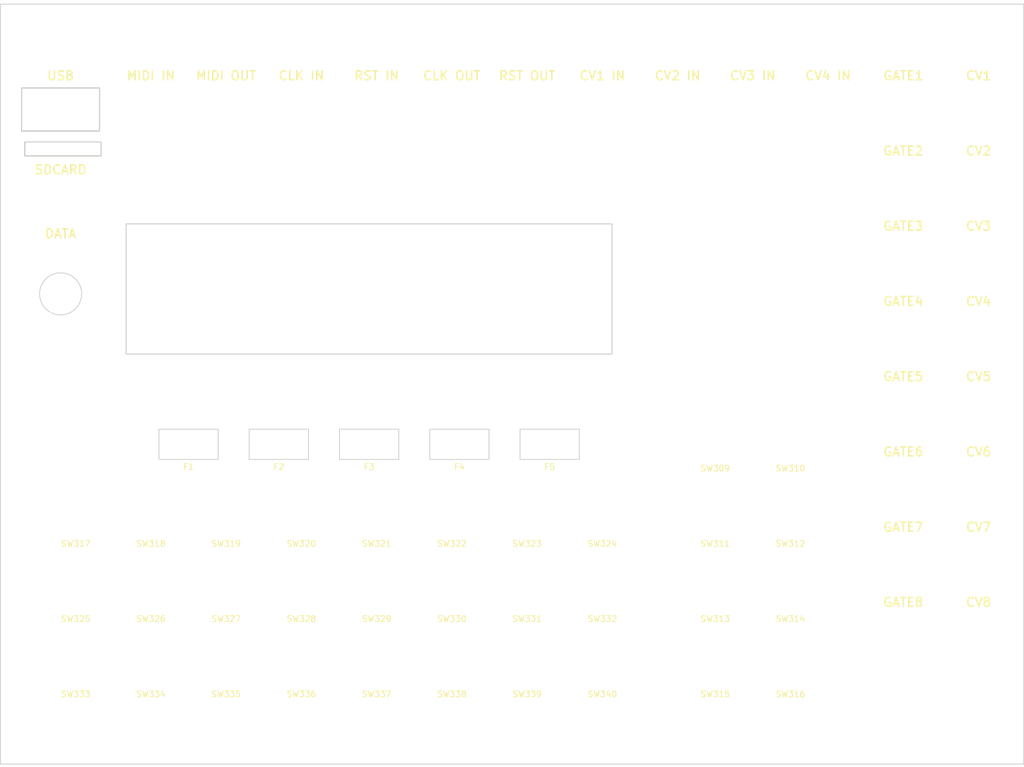
<source format=kicad_pcb>
(kicad_pcb (version 4) (host pcbnew 4.0.7)

  (general
    (links 0)
    (no_connects 0)
    (area 76.124999 27.229999 248.995001 155.650001)
    (thickness 1.6)
    (drawings 20)
    (tracks 0)
    (zones 0)
    (modules 107)
    (nets 1)
  )

  (page A4)
  (layers
    (0 F.Cu signal)
    (31 B.Cu signal)
    (32 B.Adhes user)
    (33 F.Adhes user)
    (34 B.Paste user)
    (35 F.Paste user)
    (36 B.SilkS user)
    (37 F.SilkS user)
    (38 B.Mask user)
    (39 F.Mask user)
    (40 Dwgs.User user)
    (41 Cmts.User user hide)
    (42 Eco1.User user)
    (43 Eco2.User user)
    (44 Edge.Cuts user)
    (45 Margin user)
    (46 B.CrtYd user)
    (47 F.CrtYd user)
    (48 B.Fab user)
    (49 F.Fab user hide)
  )

  (setup
    (last_trace_width 0.254)
    (user_trace_width 0.254)
    (user_trace_width 0.4064)
    (trace_clearance 0.1524)
    (zone_clearance 0.254)
    (zone_45_only no)
    (trace_min 0.1524)
    (segment_width 0.2)
    (edge_width 0.15)
    (via_size 0.6858)
    (via_drill 0.3302)
    (via_min_size 0.6858)
    (via_min_drill 0.3302)
    (uvia_size 0.762)
    (uvia_drill 0.508)
    (uvias_allowed no)
    (uvia_min_size 0.2)
    (uvia_min_drill 0.1)
    (pcb_text_width 0.3)
    (pcb_text_size 1.5 1.5)
    (mod_edge_width 0.15)
    (mod_text_size 1 1)
    (mod_text_width 0.15)
    (pad_size 1.524 1.524)
    (pad_drill 0.762)
    (pad_to_mask_clearance 0.1)
    (aux_axis_origin 0 0)
    (visible_elements FFFFFF7F)
    (pcbplotparams
      (layerselection 0x00030_80000001)
      (usegerberextensions false)
      (excludeedgelayer true)
      (linewidth 0.100000)
      (plotframeref false)
      (viasonmask false)
      (mode 1)
      (useauxorigin false)
      (hpglpennumber 1)
      (hpglpenspeed 20)
      (hpglpendiameter 15)
      (hpglpenoverlay 2)
      (psnegative false)
      (psa4output false)
      (plotreference true)
      (plotvalue true)
      (plotinvisibletext false)
      (padsonsilk false)
      (subtractmaskfromsilk false)
      (outputformat 1)
      (mirror false)
      (drillshape 1)
      (scaleselection 1)
      (outputdirectory ""))
  )

  (net 0 "")

  (net_class Default "This is the default net class."
    (clearance 0.1524)
    (trace_width 0.254)
    (via_dia 0.6858)
    (via_drill 0.3302)
    (uvia_dia 0.762)
    (uvia_drill 0.508)
  )

  (net_class Power ""
    (clearance 0.1524)
    (trace_width 0.4064)
    (via_dia 0.6858)
    (via_drill 0.3302)
    (uvia_dia 0.762)
    (uvia_drill 0.1)
  )

  (module Mounting_Holes:MountingHole_3.2mm_M3 (layer F.Cu) (tedit 59F480B7) (tstamp 59F48064)
    (at 241.18 152.575)
    (descr "Mounting Hole 3.2mm, no annular, M3")
    (tags "mounting hole 3.2mm no annular m3")
    (attr virtual)
    (fp_text reference REF** (at 0 -4.2) (layer F.SilkS) hide
      (effects (font (size 1 1) (thickness 0.15)))
    )
    (fp_text value MountingHole_3.2mm_M3 (at 0 4.2) (layer F.Fab)
      (effects (font (size 1 1) (thickness 0.15)))
    )
    (fp_text user %R (at 0.3 0) (layer F.Fab)
      (effects (font (size 1 1) (thickness 0.15)))
    )
    (fp_circle (center 0 0) (end 3.2 0) (layer Cmts.User) (width 0.15))
    (fp_circle (center 0 0) (end 3.45 0) (layer F.CrtYd) (width 0.05))
    (pad 1 np_thru_hole circle (at 0 0) (size 3.2 3.2) (drill 3.2) (layers *.Cu *.Mask))
  )

  (module Mounting_Holes:MountingHole_3.2mm_M3 (layer F.Cu) (tedit 59F480B3) (tstamp 59F48012)
    (at 241.18 30.075)
    (descr "Mounting Hole 3.2mm, no annular, M3")
    (tags "mounting hole 3.2mm no annular m3")
    (attr virtual)
    (fp_text reference REF** (at 0 -4.2) (layer F.SilkS) hide
      (effects (font (size 1 1) (thickness 0.15)))
    )
    (fp_text value MountingHole_3.2mm_M3 (at 0 4.2) (layer F.Fab)
      (effects (font (size 1 1) (thickness 0.15)))
    )
    (fp_text user %R (at 0.3 0) (layer F.Fab)
      (effects (font (size 1 1) (thickness 0.15)))
    )
    (fp_circle (center 0 0) (end 3.2 0) (layer Cmts.User) (width 0.15))
    (fp_circle (center 0 0) (end 3.45 0) (layer F.CrtYd) (width 0.05))
    (pad 1 np_thru_hole circle (at 0 0) (size 3.2 3.2) (drill 3.2) (layers *.Cu *.Mask))
  )

  (module Mounting_Holes:MountingHole_3.2mm_M3 (layer F.Cu) (tedit 59F480AF) (tstamp 59F48001)
    (at 83.7 30.075)
    (descr "Mounting Hole 3.2mm, no annular, M3")
    (tags "mounting hole 3.2mm no annular m3")
    (attr virtual)
    (fp_text reference REF** (at 0 -4.2) (layer F.SilkS) hide
      (effects (font (size 1 1) (thickness 0.15)))
    )
    (fp_text value MountingHole_3.2mm_M3 (at 0 4.2) (layer F.Fab)
      (effects (font (size 1 1) (thickness 0.15)))
    )
    (fp_text user %R (at 0.3 0) (layer F.Fab)
      (effects (font (size 1 1) (thickness 0.15)))
    )
    (fp_circle (center 0 0) (end 3.2 0) (layer Cmts.User) (width 0.15))
    (fp_circle (center 0 0) (end 3.45 0) (layer F.CrtYd) (width 0.05))
    (pad 1 np_thru_hole circle (at 0 0) (size 3.2 3.2) (drill 3.2) (layers *.Cu *.Mask))
  )

  (module w_frontpanel:PJ301BM_FP (layer F.Cu) (tedit 59F2724F) (tstamp 59EFABAD)
    (at 101.6 45.72)
    (path /59D95816/59DD452A)
    (fp_text reference "MIDI IN" (at 0 -6.35) (layer F.SilkS)
      (effects (font (size 1.5 1.5) (thickness 0.25)))
    )
    (fp_text value PJ301CM (at 0 5.08) (layer F.Fab)
      (effects (font (size 1 1) (thickness 0.15)))
    )
    (pad "" np_thru_hole circle (at 0 0) (size 6.1 6.1) (drill 6.1) (layers *.Cu *.Mask))
  )

  (module w_frontpanel:PJ301BM_FP (layer F.Cu) (tedit 59F27254) (tstamp 59EFABB3)
    (at 114.3 45.72)
    (path /59D95816/59DD4899)
    (fp_text reference "MIDI OUT" (at 0 -6.35) (layer F.SilkS)
      (effects (font (size 1.5 1.5) (thickness 0.25)))
    )
    (fp_text value PJ301CM (at 0 5.08) (layer F.Fab)
      (effects (font (size 1 1) (thickness 0.15)))
    )
    (pad "" np_thru_hole circle (at 0 0) (size 6.1 6.1) (drill 6.1) (layers *.Cu *.Mask))
  )

  (module w_frontpanel:PJ301BM_FP (layer F.Cu) (tedit 59F272CD) (tstamp 59EFAB13)
    (at 127 45.72)
    (path /59D95816/59D9587D)
    (fp_text reference "CLK IN" (at 0 -6.35) (layer F.SilkS)
      (effects (font (size 1.5 1.5) (thickness 0.25)))
    )
    (fp_text value PJ301BM (at 0 5.08) (layer F.Fab)
      (effects (font (size 1 1) (thickness 0.15)))
    )
    (pad "" np_thru_hole circle (at 0 0) (size 6.1 6.1) (drill 6.1) (layers *.Cu *.Mask))
  )

  (module w_frontpanel:PJ301BM_FP (layer F.Cu) (tedit 59F272DE) (tstamp 59EFAB1A)
    (at 152.4 45.72)
    (path /59D95816/59D96412)
    (fp_text reference "CLK OUT" (at 0 -6.35) (layer F.SilkS)
      (effects (font (size 1.5 1.5) (thickness 0.25)))
    )
    (fp_text value PJ301BM (at 0 5.08) (layer F.Fab)
      (effects (font (size 1 1) (thickness 0.15)))
    )
    (pad "" np_thru_hole circle (at 0 0) (size 6.1 6.1) (drill 6.1) (layers *.Cu *.Mask))
  )

  (module w_frontpanel:PJ301BM_FP (layer F.Cu) (tedit 59F27340) (tstamp 59EFAB21)
    (at 241.3 45.72)
    (path /59D95816/59D98BF9)
    (fp_text reference CV1 (at 0 -6.35) (layer F.SilkS)
      (effects (font (size 1.5 1.5) (thickness 0.25)))
    )
    (fp_text value PJ301BM (at 0 5.08) (layer F.Fab)
      (effects (font (size 1 1) (thickness 0.15)))
    )
    (pad "" np_thru_hole circle (at 0 0) (size 6.1 6.1) (drill 6.1) (layers *.Cu *.Mask))
  )

  (module w_frontpanel:PJ301BM_FP (layer F.Cu) (tedit 59F27345) (tstamp 59EFAB28)
    (at 241.3 58.42)
    (path /59D95816/59D99393)
    (fp_text reference CV2 (at 0 -6.35) (layer F.SilkS)
      (effects (font (size 1.5 1.5) (thickness 0.25)))
    )
    (fp_text value PJ301BM (at 0 5.08) (layer F.Fab)
      (effects (font (size 1 1) (thickness 0.15)))
    )
    (pad "" np_thru_hole circle (at 0 0) (size 6.1 6.1) (drill 6.1) (layers *.Cu *.Mask))
  )

  (module w_frontpanel:PJ301BM_FP (layer F.Cu) (tedit 59F27349) (tstamp 59EFAB2F)
    (at 241.3 71.12)
    (path /59D95816/59D99402)
    (fp_text reference CV3 (at 0 -6.35) (layer F.SilkS)
      (effects (font (size 1.5 1.5) (thickness 0.25)))
    )
    (fp_text value PJ301BM (at 0 5.08) (layer F.Fab)
      (effects (font (size 1 1) (thickness 0.15)))
    )
    (pad "" np_thru_hole circle (at 0 0) (size 6.1 6.1) (drill 6.1) (layers *.Cu *.Mask))
  )

  (module w_frontpanel:PJ301BM_FP (layer F.Cu) (tedit 59F2734C) (tstamp 59EFAB36)
    (at 241.3 83.82)
    (path /59D95816/59D99413)
    (fp_text reference CV4 (at 0 -6.35) (layer F.SilkS)
      (effects (font (size 1.5 1.5) (thickness 0.25)))
    )
    (fp_text value PJ301BM (at 0 5.08) (layer F.Fab)
      (effects (font (size 1 1) (thickness 0.15)))
    )
    (pad "" np_thru_hole circle (at 0 0) (size 6.1 6.1) (drill 6.1) (layers *.Cu *.Mask))
  )

  (module w_frontpanel:PJ301BM_FP (layer F.Cu) (tedit 59F27350) (tstamp 59EFAB3D)
    (at 241.3 96.52)
    (path /59D95816/59D9988E)
    (fp_text reference CV5 (at 0 -6.35) (layer F.SilkS)
      (effects (font (size 1.5 1.5) (thickness 0.25)))
    )
    (fp_text value PJ301BM (at 0 5.08) (layer F.Fab)
      (effects (font (size 1 1) (thickness 0.15)))
    )
    (pad "" np_thru_hole circle (at 0 0) (size 6.1 6.1) (drill 6.1) (layers *.Cu *.Mask))
  )

  (module w_frontpanel:PJ301BM_FP (layer F.Cu) (tedit 59F27354) (tstamp 59EFAB44)
    (at 241.3 109.22)
    (path /59D95816/59D9989F)
    (fp_text reference CV6 (at 0 -6.35) (layer F.SilkS)
      (effects (font (size 1.5 1.5) (thickness 0.25)))
    )
    (fp_text value PJ301BM (at 0 5.08) (layer F.Fab)
      (effects (font (size 1 1) (thickness 0.15)))
    )
    (pad "" np_thru_hole circle (at 0 0) (size 6.1 6.1) (drill 6.1) (layers *.Cu *.Mask))
  )

  (module w_frontpanel:PJ301BM_FP (layer F.Cu) (tedit 59F2735A) (tstamp 59EFAB4B)
    (at 241.3 121.92)
    (path /59D95816/59D998B0)
    (fp_text reference CV7 (at 0 -6.35) (layer F.SilkS)
      (effects (font (size 1.5 1.5) (thickness 0.25)))
    )
    (fp_text value PJ301BM (at 0 5.08) (layer F.Fab)
      (effects (font (size 1 1) (thickness 0.15)))
    )
    (pad "" np_thru_hole circle (at 0 0) (size 6.1 6.1) (drill 6.1) (layers *.Cu *.Mask))
  )

  (module w_frontpanel:PJ301BM_FP (layer F.Cu) (tedit 59F2735F) (tstamp 59EFAB52)
    (at 241.3 134.62)
    (path /59D95816/59D998C1)
    (fp_text reference CV8 (at 0 -6.35) (layer F.SilkS)
      (effects (font (size 1.5 1.5) (thickness 0.25)))
    )
    (fp_text value PJ301BM (at 0 5.08) (layer F.Fab)
      (effects (font (size 1 1) (thickness 0.15)))
    )
    (pad "" np_thru_hole circle (at 0 0) (size 6.1 6.1) (drill 6.1) (layers *.Cu *.Mask))
  )

  (module w_frontpanel:PJ301BM_FP (layer F.Cu) (tedit 59F272F6) (tstamp 59EFAB59)
    (at 177.8 45.72)
    (path /59D95816/59DF34A9)
    (fp_text reference "CV1 IN" (at 0 -6.35) (layer F.SilkS)
      (effects (font (size 1.5 1.5) (thickness 0.25)))
    )
    (fp_text value PJ301BM (at 0 5.08) (layer F.Fab)
      (effects (font (size 1 1) (thickness 0.15)))
    )
    (pad "" np_thru_hole circle (at 0 0) (size 6.1 6.1) (drill 6.1) (layers *.Cu *.Mask))
  )

  (module w_frontpanel:PJ301BM_FP (layer F.Cu) (tedit 59F272FD) (tstamp 59EFAB60)
    (at 190.5 45.72)
    (path /59D95816/59DFAD0D)
    (fp_text reference "CV2 IN" (at 0 -6.35) (layer F.SilkS)
      (effects (font (size 1.5 1.5) (thickness 0.25)))
    )
    (fp_text value PJ301BM (at 0 5.08) (layer F.Fab)
      (effects (font (size 1 1) (thickness 0.15)))
    )
    (pad "" np_thru_hole circle (at 0 0) (size 6.1 6.1) (drill 6.1) (layers *.Cu *.Mask))
  )

  (module w_frontpanel:PJ301BM_FP (layer F.Cu) (tedit 59F27304) (tstamp 59EFAB67)
    (at 203.2 45.72)
    (path /59D95816/59DFB737)
    (fp_text reference "CV3 IN" (at 0 -6.35) (layer F.SilkS)
      (effects (font (size 1.5 1.5) (thickness 0.25)))
    )
    (fp_text value PJ301BM (at 0 5.08) (layer F.Fab)
      (effects (font (size 1 1) (thickness 0.15)))
    )
    (pad "" np_thru_hole circle (at 0 0) (size 6.1 6.1) (drill 6.1) (layers *.Cu *.Mask))
  )

  (module w_frontpanel:PJ301BM_FP (layer F.Cu) (tedit 59F2730D) (tstamp 59EFAB6E)
    (at 215.9 45.72)
    (path /59D95816/59DFB784)
    (fp_text reference "CV4 IN" (at 0 -6.35) (layer F.SilkS)
      (effects (font (size 1.5 1.5) (thickness 0.25)))
    )
    (fp_text value PJ301BM (at 0 5.08) (layer F.Fab)
      (effects (font (size 1 1) (thickness 0.15)))
    )
    (pad "" np_thru_hole circle (at 0 0) (size 6.1 6.1) (drill 6.1) (layers *.Cu *.Mask))
  )

  (module w_frontpanel:PJ301BM_FP (layer F.Cu) (tedit 59F2731B) (tstamp 59EFAB75)
    (at 228.6 45.72)
    (path /59D95816/59D9C08F)
    (fp_text reference GATE1 (at 0 -6.35) (layer F.SilkS)
      (effects (font (size 1.5 1.5) (thickness 0.25)))
    )
    (fp_text value PJ301BM (at 0 5.08) (layer F.Fab)
      (effects (font (size 1 1) (thickness 0.15)))
    )
    (pad "" np_thru_hole circle (at 0 0) (size 6.1 6.1) (drill 6.1) (layers *.Cu *.Mask))
  )

  (module w_frontpanel:PJ301BM_FP (layer F.Cu) (tedit 59F2731F) (tstamp 59EFAB7C)
    (at 228.6 58.42)
    (path /59D95816/59D9C0A0)
    (fp_text reference GATE2 (at 0 -6.35) (layer F.SilkS)
      (effects (font (size 1.5 1.5) (thickness 0.25)))
    )
    (fp_text value PJ301BM (at 0 5.08) (layer F.Fab)
      (effects (font (size 1 1) (thickness 0.15)))
    )
    (pad "" np_thru_hole circle (at 0 0) (size 6.1 6.1) (drill 6.1) (layers *.Cu *.Mask))
  )

  (module w_frontpanel:PJ301BM_FP (layer F.Cu) (tedit 59F27323) (tstamp 59EFAB83)
    (at 228.6 71.12)
    (path /59D95816/59D9C0B1)
    (fp_text reference GATE3 (at 0 -6.35) (layer F.SilkS)
      (effects (font (size 1.5 1.5) (thickness 0.25)))
    )
    (fp_text value PJ301BM (at 0 5.08) (layer F.Fab)
      (effects (font (size 1 1) (thickness 0.15)))
    )
    (pad "" np_thru_hole circle (at 0 0) (size 6.1 6.1) (drill 6.1) (layers *.Cu *.Mask))
  )

  (module w_frontpanel:PJ301BM_FP (layer F.Cu) (tedit 59F27327) (tstamp 59EFAB8A)
    (at 228.6 83.82)
    (path /59D95816/59D9C0C2)
    (fp_text reference GATE4 (at 0 -6.35) (layer F.SilkS)
      (effects (font (size 1.5 1.5) (thickness 0.25)))
    )
    (fp_text value PJ301BM (at 0 5.08) (layer F.Fab)
      (effects (font (size 1 1) (thickness 0.15)))
    )
    (pad "" np_thru_hole circle (at 0 0) (size 6.1 6.1) (drill 6.1) (layers *.Cu *.Mask))
  )

  (module w_frontpanel:PJ301BM_FP (layer F.Cu) (tedit 59F2732B) (tstamp 59EFAB91)
    (at 228.6 96.52)
    (path /59D95816/59D9C0D3)
    (fp_text reference GATE5 (at 0 -6.35) (layer F.SilkS)
      (effects (font (size 1.5 1.5) (thickness 0.25)))
    )
    (fp_text value PJ301BM (at 0 5.08) (layer F.Fab)
      (effects (font (size 1 1) (thickness 0.15)))
    )
    (pad "" np_thru_hole circle (at 0 0) (size 6.1 6.1) (drill 6.1) (layers *.Cu *.Mask))
  )

  (module w_frontpanel:PJ301BM_FP (layer F.Cu) (tedit 59F2732F) (tstamp 59EFAB98)
    (at 228.6 109.22)
    (path /59D95816/59D9C0E4)
    (fp_text reference GATE6 (at 0 -6.35) (layer F.SilkS)
      (effects (font (size 1.5 1.5) (thickness 0.25)))
    )
    (fp_text value PJ301BM (at 0 5.08) (layer F.Fab)
      (effects (font (size 1 1) (thickness 0.15)))
    )
    (pad "" np_thru_hole circle (at 0 0) (size 6.1 6.1) (drill 6.1) (layers *.Cu *.Mask))
  )

  (module w_frontpanel:PJ301BM_FP (layer F.Cu) (tedit 59F27336) (tstamp 59EFAB9F)
    (at 228.6 121.92)
    (path /59D95816/59D9C0F5)
    (fp_text reference GATE7 (at 0 -6.35) (layer F.SilkS)
      (effects (font (size 1.5 1.5) (thickness 0.25)))
    )
    (fp_text value PJ301BM (at 0 5.08) (layer F.Fab)
      (effects (font (size 1 1) (thickness 0.15)))
    )
    (pad "" np_thru_hole circle (at 0 0) (size 6.1 6.1) (drill 6.1) (layers *.Cu *.Mask))
  )

  (module w_frontpanel:PJ301BM_FP (layer F.Cu) (tedit 59F2733B) (tstamp 59EFABA6)
    (at 228.6 134.62)
    (path /59D95816/59D9C106)
    (fp_text reference GATE8 (at 0 -6.35) (layer F.SilkS)
      (effects (font (size 1.5 1.5) (thickness 0.25)))
    )
    (fp_text value PJ301BM (at 0 5.08) (layer F.Fab)
      (effects (font (size 1 1) (thickness 0.15)))
    )
    (pad "" np_thru_hole circle (at 0 0) (size 6.1 6.1) (drill 6.1) (layers *.Cu *.Mask))
  )

  (module w_frontpanel:PJ301BM_FP (layer F.Cu) (tedit 59F272D6) (tstamp 59EFABB9)
    (at 139.7 45.72)
    (path /59D95816/59D95DE7)
    (fp_text reference "RST IN" (at 0 -6.35) (layer F.SilkS)
      (effects (font (size 1.5 1.5) (thickness 0.25)))
    )
    (fp_text value PJ301BM (at 0 5.08) (layer F.Fab)
      (effects (font (size 1 1) (thickness 0.15)))
    )
    (pad "" np_thru_hole circle (at 0 0) (size 6.1 6.1) (drill 6.1) (layers *.Cu *.Mask))
  )

  (module w_frontpanel:PJ301BM_FP (layer F.Cu) (tedit 59F272E5) (tstamp 59EFABC0)
    (at 165.1 45.72)
    (path /59D95816/59D970A1)
    (fp_text reference "RST OUT" (at 0 -6.35) (layer F.SilkS)
      (effects (font (size 1.5 1.5) (thickness 0.25)))
    )
    (fp_text value PJ301BM (at 0 5.08) (layer F.Fab)
      (effects (font (size 1 1) (thickness 0.15)))
    )
    (pad "" np_thru_hole circle (at 0 0) (size 6.1 6.1) (drill 6.1) (layers *.Cu *.Mask))
  )

  (module w_frontpanel:NHD-3.12-25664UC_FP locked (layer F.Cu) (tedit 59F385DE) (tstamp 59DBF1C1)
    (at 93.83 53.38)
    (descr "Newhaven OLED LCD 256x64")
    (tags "lcd oled")
    (path /59DBF1B1)
    (fp_text reference J102 (at 44.6 20.32) (layer F.SilkS) hide
      (effects (font (size 1 1) (thickness 0.15)))
    )
    (fp_text value NHD-3.12-25664UC (at 44.45 25.4) (layer F.Fab)
      (effects (font (size 1 1) (thickness 0.15)))
    )
    (fp_line (start 3.6 11) (end 3.6 33) (layer Edge.Cuts) (width 0.15))
    (fp_line (start 3.6 33) (end 85.6 33) (layer Edge.Cuts) (width 0.15))
    (fp_line (start 85.6 11) (end 85.6 33) (layer Edge.Cuts) (width 0.15))
    (fp_line (start 3.6 11) (end 85.6 11) (layer Edge.Cuts) (width 0.15))
  )

  (module w_frontpanel:MOLEX_USB_105057_FP (layer F.Cu) (tedit 59F38752) (tstamp 59DD562A)
    (at 86.36 45.72)
    (path /59DE5EB2)
    (fp_text reference USB (at 0 -6.35) (layer F.SilkS)
      (effects (font (size 1.5 1.5) (thickness 0.25)))
    )
    (fp_text value USB_A (at 0 5.08) (layer F.Fab)
      (effects (font (size 1 1) (thickness 0.15)))
    )
    (fp_line (start 6.55 -4.225) (end 6.55 2.925) (layer Edge.Cuts) (width 0.15))
    (fp_line (start -6.55 -4.225) (end -6.55 2.925) (layer Edge.Cuts) (width 0.15))
    (fp_line (start -6.55 2.925) (end 6.55 2.925) (layer Edge.Cuts) (width 0.15))
    (fp_line (start -6.55 -4.225) (end 6.55 -4.225) (layer Edge.Cuts) (width 0.15))
  )

  (module w_frontpanel:PJS008U-3000-0_FP (layer F.Cu) (tedit 59F387E4) (tstamp 59DC08F8)
    (at 86.36 53.34 180)
    (descr https://www.yamaichi.de/uploads/media/PJS008U-3000.pdf)
    (tags "sdcard connector")
    (path /59DC0C9C)
    (fp_text reference SDCARD (at 0 -1.905 180) (layer F.SilkS)
      (effects (font (size 1.5 1.5) (thickness 0.25)))
    )
    (fp_text value PJS008U-3000 (at 0.1 -3 180) (layer F.Fab)
      (effects (font (size 1 1) (thickness 0.15)))
    )
    (fp_line (start -6.8 0.47) (end -6.8 2.77) (layer Edge.Cuts) (width 0.15))
    (fp_line (start -6.8 2.77) (end 6 2.77) (layer Edge.Cuts) (width 0.15))
    (fp_line (start -6.8 0.47) (end 6 0.47) (layer Edge.Cuts) (width 0.15))
    (fp_line (start 6 0.47) (end 6 2.77) (layer Edge.Cuts) (width 0.15))
  )

  (module Mounting_Holes:MountingHole_3.2mm_M3 (layer F.Cu) (tedit 59F480BC) (tstamp 59F47FF2)
    (at 83.7 152.575)
    (descr "Mounting Hole 3.2mm, no annular, M3")
    (tags "mounting hole 3.2mm no annular m3")
    (attr virtual)
    (fp_text reference REF** (at 0 -4.2) (layer F.SilkS) hide
      (effects (font (size 1 1) (thickness 0.15)))
    )
    (fp_text value MountingHole_3.2mm_M3 (at 0 4.2) (layer F.Fab)
      (effects (font (size 1 1) (thickness 0.15)))
    )
    (fp_text user %R (at 0.3 0) (layer F.Fab)
      (effects (font (size 1 1) (thickness 0.15)))
    )
    (fp_circle (center 0 0) (end 3.2 0) (layer Cmts.User) (width 0.15))
    (fp_circle (center 0 0) (end 3.45 0) (layer F.CrtYd) (width 0.05))
    (pad 1 np_thru_hole circle (at 0 0) (size 3.2 3.2) (drill 3.2) (layers *.Cu *.Mask))
  )

  (module w_frontpanel:ALPS_STEC12E08_FP (layer F.Cu) (tedit 59F48254) (tstamp 59DAA5EB)
    (at 86.36 76.2)
    (tags "rotary, encoder, ALPS")
    (path /59AC9C93)
    (fp_text reference DATA (at 0 -10.16) (layer F.SilkS)
      (effects (font (size 1.5 1.5) (thickness 0.25)))
    )
    (fp_text value ALPS-STEC12E08 (at 0 5.08) (layer F.SilkS) hide
      (effects (font (size 1 1) (thickness 0.2)))
    )
    (fp_circle (center 0 0) (end 3.55 0) (layer Edge.Cuts) (width 0.15))
  )

  (module w_frontpanel:TL1105_1D_FP (layer F.Cu) (tedit 59F383A6) (tstamp 59D954B7)
    (at 168.91 101.6)
    (path /59AEA378/59D96081)
    (fp_text reference F5 (at 0 3.81) (layer F.SilkS)
      (effects (font (size 1 1) (thickness 0.15)))
    )
    (fp_text value TL1105T (at 0 -4.064) (layer F.Fab)
      (effects (font (size 1 1) (thickness 0.15)))
    )
    (fp_line (start 5 2.55) (end -5 2.55) (layer Edge.Cuts) (width 0.15))
    (fp_line (start 5 -2.55) (end 5 2.55) (layer Edge.Cuts) (width 0.15))
    (fp_line (start -5 -2.55) (end 5 -2.55) (layer Edge.Cuts) (width 0.15))
    (fp_line (start -5 2.55) (end -5 -2.55) (layer Edge.Cuts) (width 0.15))
  )

  (module w_frontpanel:TL1105_1D_FP (layer F.Cu) (tedit 59F383A6) (tstamp 59D954AF)
    (at 153.67 101.6)
    (path /59AEA378/59D958A6)
    (fp_text reference F4 (at 0 3.81) (layer F.SilkS)
      (effects (font (size 1 1) (thickness 0.15)))
    )
    (fp_text value TL1105T (at 0 -4.064) (layer F.Fab)
      (effects (font (size 1 1) (thickness 0.15)))
    )
    (fp_line (start 5 2.55) (end -5 2.55) (layer Edge.Cuts) (width 0.15))
    (fp_line (start 5 -2.55) (end 5 2.55) (layer Edge.Cuts) (width 0.15))
    (fp_line (start -5 -2.55) (end 5 -2.55) (layer Edge.Cuts) (width 0.15))
    (fp_line (start -5 2.55) (end -5 -2.55) (layer Edge.Cuts) (width 0.15))
  )

  (module w_frontpanel:TL1105_1D_FP (layer F.Cu) (tedit 59F383A6) (tstamp 59D954A7)
    (at 138.43 101.6)
    (path /59AEA378/59D95847)
    (fp_text reference F3 (at 0 3.81) (layer F.SilkS)
      (effects (font (size 1 1) (thickness 0.15)))
    )
    (fp_text value TL1105T (at 0 -4.064) (layer F.Fab)
      (effects (font (size 1 1) (thickness 0.15)))
    )
    (fp_line (start 5 2.55) (end -5 2.55) (layer Edge.Cuts) (width 0.15))
    (fp_line (start 5 -2.55) (end 5 2.55) (layer Edge.Cuts) (width 0.15))
    (fp_line (start -5 -2.55) (end 5 -2.55) (layer Edge.Cuts) (width 0.15))
    (fp_line (start -5 2.55) (end -5 -2.55) (layer Edge.Cuts) (width 0.15))
  )

  (module w_frontpanel:TL1105_1D_FP (layer F.Cu) (tedit 59F383A6) (tstamp 59D9549F)
    (at 123.19 101.6)
    (path /59AEA378/59D955A4)
    (fp_text reference F2 (at 0 3.81) (layer F.SilkS)
      (effects (font (size 1 1) (thickness 0.15)))
    )
    (fp_text value TL1105T (at 0 -4.064) (layer F.Fab)
      (effects (font (size 1 1) (thickness 0.15)))
    )
    (fp_line (start 5 2.55) (end -5 2.55) (layer Edge.Cuts) (width 0.15))
    (fp_line (start 5 -2.55) (end 5 2.55) (layer Edge.Cuts) (width 0.15))
    (fp_line (start -5 -2.55) (end 5 -2.55) (layer Edge.Cuts) (width 0.15))
    (fp_line (start -5 2.55) (end -5 -2.55) (layer Edge.Cuts) (width 0.15))
  )

  (module w_frontpanel:TL1105_1D_FP (layer F.Cu) (tedit 59F383A6) (tstamp 59D95497)
    (at 107.95 101.6)
    (path /59AEA378/59D94ED0)
    (fp_text reference F1 (at 0 3.81) (layer F.SilkS)
      (effects (font (size 1 1) (thickness 0.15)))
    )
    (fp_text value TL1105T (at 0 -4.064) (layer F.Fab)
      (effects (font (size 1 1) (thickness 0.15)))
    )
    (fp_line (start 5 2.55) (end -5 2.55) (layer Edge.Cuts) (width 0.15))
    (fp_line (start 5 -2.55) (end 5 2.55) (layer Edge.Cuts) (width 0.15))
    (fp_line (start -5 -2.55) (end 5 -2.55) (layer Edge.Cuts) (width 0.15))
    (fp_line (start -5 2.55) (end -5 -2.55) (layer Edge.Cuts) (width 0.15))
  )

  (module w_frontpanel:WP115VEGW_FP (layer F.Cu) (tedit 59F37A70) (tstamp 59DA942F)
    (at 196.85 95.25)
    (descr WP115VEGW)
    (tags LED)
    (path /59DA350E/59DAB354)
    (fp_text reference LED401 (at 0 2.75) (layer F.SilkS) hide
      (effects (font (size 1 1) (thickness 0.15)))
    )
    (fp_text value WP115VEGW (at 0 -3) (layer F.Fab)
      (effects (font (size 1 1) (thickness 0.15)))
    )
    (pad "" np_thru_hole circle (at 0 0) (size 3.1 3.1) (drill 3.1) (layers *.Cu *.Mask))
    (model ${KISYS3DMOD}/LEDs.3dshapes/LED_D3.0mm-3.wrl
      (at (xyz -0.081633 0 -0.2))
      (scale (xyz 0.312 0.312 0.312))
      (rotate (xyz 0 0 0))
    )
  )

  (module w_frontpanel:WP115VEGW_FP (layer F.Cu) (tedit 59F37A70) (tstamp 59DA9436)
    (at 209.55 95.25)
    (descr WP115VEGW)
    (tags LED)
    (path /59DA350E/59DAB4C6)
    (fp_text reference LED402 (at 0 2.75) (layer F.SilkS) hide
      (effects (font (size 1 1) (thickness 0.15)))
    )
    (fp_text value WP115VEGW (at 0 -3) (layer F.Fab)
      (effects (font (size 1 1) (thickness 0.15)))
    )
    (pad "" np_thru_hole circle (at 0 0) (size 3.1 3.1) (drill 3.1) (layers *.Cu *.Mask))
    (model ${KISYS3DMOD}/LEDs.3dshapes/LED_D3.0mm-3.wrl
      (at (xyz -0.081633 0 -0.2))
      (scale (xyz 0.312 0.312 0.312))
      (rotate (xyz 0 0 0))
    )
  )

  (module w_frontpanel:WP115VEGW_FP (layer F.Cu) (tedit 59F37A70) (tstamp 59DA943D)
    (at 196.85 107.95)
    (descr WP115VEGW)
    (tags LED)
    (path /59DA350E/59DAB5EE)
    (fp_text reference LED403 (at 0 2.75) (layer F.SilkS) hide
      (effects (font (size 1 1) (thickness 0.15)))
    )
    (fp_text value WP115VEGW (at 0 -3) (layer F.Fab)
      (effects (font (size 1 1) (thickness 0.15)))
    )
    (pad "" np_thru_hole circle (at 0 0) (size 3.1 3.1) (drill 3.1) (layers *.Cu *.Mask))
    (model ${KISYS3DMOD}/LEDs.3dshapes/LED_D3.0mm-3.wrl
      (at (xyz -0.081633 0 -0.2))
      (scale (xyz 0.312 0.312 0.312))
      (rotate (xyz 0 0 0))
    )
  )

  (module w_frontpanel:WP115VEGW_FP (layer F.Cu) (tedit 59F37A70) (tstamp 59DA9444)
    (at 209.55 107.95)
    (descr WP115VEGW)
    (tags LED)
    (path /59DA350E/59DAB606)
    (fp_text reference LED404 (at 0 2.75) (layer F.SilkS) hide
      (effects (font (size 1 1) (thickness 0.15)))
    )
    (fp_text value WP115VEGW (at 0 -3) (layer F.Fab)
      (effects (font (size 1 1) (thickness 0.15)))
    )
    (pad "" np_thru_hole circle (at 0 0) (size 3.1 3.1) (drill 3.1) (layers *.Cu *.Mask))
    (model ${KISYS3DMOD}/LEDs.3dshapes/LED_D3.0mm-3.wrl
      (at (xyz -0.081633 0 -0.2))
      (scale (xyz 0.312 0.312 0.312))
      (rotate (xyz 0 0 0))
    )
  )

  (module w_frontpanel:WP115VEGW_FP (layer F.Cu) (tedit 59F37A70) (tstamp 59DA944B)
    (at 196.85 120.65)
    (descr WP115VEGW)
    (tags LED)
    (path /59DA350E/59DAB7AE)
    (fp_text reference LED405 (at 0 2.75) (layer F.SilkS) hide
      (effects (font (size 1 1) (thickness 0.15)))
    )
    (fp_text value WP115VEGW (at 0 -3) (layer F.Fab)
      (effects (font (size 1 1) (thickness 0.15)))
    )
    (pad "" np_thru_hole circle (at 0 0) (size 3.1 3.1) (drill 3.1) (layers *.Cu *.Mask))
    (model ${KISYS3DMOD}/LEDs.3dshapes/LED_D3.0mm-3.wrl
      (at (xyz -0.081633 0 -0.2))
      (scale (xyz 0.312 0.312 0.312))
      (rotate (xyz 0 0 0))
    )
  )

  (module w_frontpanel:WP115VEGW_FP (layer F.Cu) (tedit 59F37A70) (tstamp 59DA9452)
    (at 209.55 120.65)
    (descr WP115VEGW)
    (tags LED)
    (path /59DA350E/59DAB7C6)
    (fp_text reference LED406 (at 0 2.75) (layer F.SilkS) hide
      (effects (font (size 1 1) (thickness 0.15)))
    )
    (fp_text value WP115VEGW (at 0 -3) (layer F.Fab)
      (effects (font (size 1 1) (thickness 0.15)))
    )
    (pad "" np_thru_hole circle (at 0 0) (size 3.1 3.1) (drill 3.1) (layers *.Cu *.Mask))
    (model ${KISYS3DMOD}/LEDs.3dshapes/LED_D3.0mm-3.wrl
      (at (xyz -0.081633 0 -0.2))
      (scale (xyz 0.312 0.312 0.312))
      (rotate (xyz 0 0 0))
    )
  )

  (module w_frontpanel:WP115VEGW_FP (layer F.Cu) (tedit 59F37A70) (tstamp 59DA9459)
    (at 196.85 133.35)
    (descr WP115VEGW)
    (tags LED)
    (path /59DA350E/59DAB7DE)
    (fp_text reference LED407 (at 0 2.75) (layer F.SilkS) hide
      (effects (font (size 1 1) (thickness 0.15)))
    )
    (fp_text value WP115VEGW (at 0 -3) (layer F.Fab)
      (effects (font (size 1 1) (thickness 0.15)))
    )
    (pad "" np_thru_hole circle (at 0 0) (size 3.1 3.1) (drill 3.1) (layers *.Cu *.Mask))
    (model ${KISYS3DMOD}/LEDs.3dshapes/LED_D3.0mm-3.wrl
      (at (xyz -0.081633 0 -0.2))
      (scale (xyz 0.312 0.312 0.312))
      (rotate (xyz 0 0 0))
    )
  )

  (module w_frontpanel:WP115VEGW_FP (layer F.Cu) (tedit 59F37A70) (tstamp 59DA9460)
    (at 209.55 133.35)
    (descr WP115VEGW)
    (tags LED)
    (path /59DA350E/59DAB7F6)
    (fp_text reference LED408 (at 0 2.75) (layer F.SilkS) hide
      (effects (font (size 1 1) (thickness 0.15)))
    )
    (fp_text value WP115VEGW (at 0 -3) (layer F.Fab)
      (effects (font (size 1 1) (thickness 0.15)))
    )
    (pad "" np_thru_hole circle (at 0 0) (size 3.1 3.1) (drill 3.1) (layers *.Cu *.Mask))
    (model ${KISYS3DMOD}/LEDs.3dshapes/LED_D3.0mm-3.wrl
      (at (xyz -0.081633 0 -0.2))
      (scale (xyz 0.312 0.312 0.312))
      (rotate (xyz 0 0 0))
    )
  )

  (module w_frontpanel:WP115VEGW_FP (layer F.Cu) (tedit 59F37A70) (tstamp 59DA9467)
    (at 88.9 107.95)
    (descr WP115VEGW)
    (tags LED)
    (path /59DA350E/59DAB3C2)
    (fp_text reference LED409 (at 0 2.75) (layer F.SilkS) hide
      (effects (font (size 1 1) (thickness 0.15)))
    )
    (fp_text value WP115VEGW (at 0 -3) (layer F.Fab)
      (effects (font (size 1 1) (thickness 0.15)))
    )
    (pad "" np_thru_hole circle (at 0 0) (size 3.1 3.1) (drill 3.1) (layers *.Cu *.Mask))
    (model ${KISYS3DMOD}/LEDs.3dshapes/LED_D3.0mm-3.wrl
      (at (xyz -0.081633 0 -0.2))
      (scale (xyz 0.312 0.312 0.312))
      (rotate (xyz 0 0 0))
    )
  )

  (module w_frontpanel:WP115VEGW_FP (layer F.Cu) (tedit 59F37A70) (tstamp 59DA946E)
    (at 101.6 107.95)
    (descr WP115VEGW)
    (tags LED)
    (path /59DA350E/59DAB4CC)
    (fp_text reference LED410 (at 0 2.75) (layer F.SilkS) hide
      (effects (font (size 1 1) (thickness 0.15)))
    )
    (fp_text value WP115VEGW (at 0 -3) (layer F.Fab)
      (effects (font (size 1 1) (thickness 0.15)))
    )
    (pad "" np_thru_hole circle (at 0 0) (size 3.1 3.1) (drill 3.1) (layers *.Cu *.Mask))
    (model ${KISYS3DMOD}/LEDs.3dshapes/LED_D3.0mm-3.wrl
      (at (xyz -0.081633 0 -0.2))
      (scale (xyz 0.312 0.312 0.312))
      (rotate (xyz 0 0 0))
    )
  )

  (module w_frontpanel:WP115VEGW_FP (layer F.Cu) (tedit 59F37A70) (tstamp 59DA9475)
    (at 114.3 107.95)
    (descr WP115VEGW)
    (tags LED)
    (path /59DA350E/59DAB5F4)
    (fp_text reference LED411 (at 0 2.75) (layer F.SilkS) hide
      (effects (font (size 1 1) (thickness 0.15)))
    )
    (fp_text value WP115VEGW (at 0 -3) (layer F.Fab)
      (effects (font (size 1 1) (thickness 0.15)))
    )
    (pad "" np_thru_hole circle (at 0 0) (size 3.1 3.1) (drill 3.1) (layers *.Cu *.Mask))
    (model ${KISYS3DMOD}/LEDs.3dshapes/LED_D3.0mm-3.wrl
      (at (xyz -0.081633 0 -0.2))
      (scale (xyz 0.312 0.312 0.312))
      (rotate (xyz 0 0 0))
    )
  )

  (module w_frontpanel:WP115VEGW_FP (layer F.Cu) (tedit 59F37A70) (tstamp 59DA947C)
    (at 127 107.95)
    (descr WP115VEGW)
    (tags LED)
    (path /59DA350E/59DAB60C)
    (fp_text reference LED412 (at 0 2.75) (layer F.SilkS) hide
      (effects (font (size 1 1) (thickness 0.15)))
    )
    (fp_text value WP115VEGW (at 0 -3) (layer F.Fab)
      (effects (font (size 1 1) (thickness 0.15)))
    )
    (pad "" np_thru_hole circle (at 0 0) (size 3.1 3.1) (drill 3.1) (layers *.Cu *.Mask))
    (model ${KISYS3DMOD}/LEDs.3dshapes/LED_D3.0mm-3.wrl
      (at (xyz -0.081633 0 -0.2))
      (scale (xyz 0.312 0.312 0.312))
      (rotate (xyz 0 0 0))
    )
  )

  (module w_frontpanel:WP115VEGW_FP (layer F.Cu) (tedit 59F37A70) (tstamp 59DA9483)
    (at 139.7 107.95)
    (descr WP115VEGW)
    (tags LED)
    (path /59DA350E/59DAB7B4)
    (fp_text reference LED413 (at 0 2.75) (layer F.SilkS) hide
      (effects (font (size 1 1) (thickness 0.15)))
    )
    (fp_text value WP115VEGW (at 0 -3) (layer F.Fab)
      (effects (font (size 1 1) (thickness 0.15)))
    )
    (pad "" np_thru_hole circle (at 0 0) (size 3.1 3.1) (drill 3.1) (layers *.Cu *.Mask))
    (model ${KISYS3DMOD}/LEDs.3dshapes/LED_D3.0mm-3.wrl
      (at (xyz -0.081633 0 -0.2))
      (scale (xyz 0.312 0.312 0.312))
      (rotate (xyz 0 0 0))
    )
  )

  (module w_frontpanel:WP115VEGW_FP (layer F.Cu) (tedit 59F37A70) (tstamp 59DA948A)
    (at 152.4 107.95)
    (descr WP115VEGW)
    (tags LED)
    (path /59DA350E/59DAB7CC)
    (fp_text reference LED414 (at 0 2.75) (layer F.SilkS) hide
      (effects (font (size 1 1) (thickness 0.15)))
    )
    (fp_text value WP115VEGW (at 0 -3) (layer F.Fab)
      (effects (font (size 1 1) (thickness 0.15)))
    )
    (pad "" np_thru_hole circle (at 0 0) (size 3.1 3.1) (drill 3.1) (layers *.Cu *.Mask))
    (model ${KISYS3DMOD}/LEDs.3dshapes/LED_D3.0mm-3.wrl
      (at (xyz -0.081633 0 -0.2))
      (scale (xyz 0.312 0.312 0.312))
      (rotate (xyz 0 0 0))
    )
  )

  (module w_frontpanel:WP115VEGW_FP (layer F.Cu) (tedit 59F37A70) (tstamp 59DA9491)
    (at 165.1 107.95)
    (descr WP115VEGW)
    (tags LED)
    (path /59DA350E/59DAB7E4)
    (fp_text reference LED415 (at 0 2.75) (layer F.SilkS) hide
      (effects (font (size 1 1) (thickness 0.15)))
    )
    (fp_text value WP115VEGW (at 0 -3) (layer F.Fab)
      (effects (font (size 1 1) (thickness 0.15)))
    )
    (pad "" np_thru_hole circle (at 0 0) (size 3.1 3.1) (drill 3.1) (layers *.Cu *.Mask))
    (model ${KISYS3DMOD}/LEDs.3dshapes/LED_D3.0mm-3.wrl
      (at (xyz -0.081633 0 -0.2))
      (scale (xyz 0.312 0.312 0.312))
      (rotate (xyz 0 0 0))
    )
  )

  (module w_frontpanel:WP115VEGW_FP (layer F.Cu) (tedit 59F37A70) (tstamp 59DA9498)
    (at 177.8 107.95)
    (descr WP115VEGW)
    (tags LED)
    (path /59DA350E/59DAB7FC)
    (fp_text reference LED416 (at 0 2.75) (layer F.SilkS) hide
      (effects (font (size 1 1) (thickness 0.15)))
    )
    (fp_text value WP115VEGW (at 0 -3) (layer F.Fab)
      (effects (font (size 1 1) (thickness 0.15)))
    )
    (pad "" np_thru_hole circle (at 0 0) (size 3.1 3.1) (drill 3.1) (layers *.Cu *.Mask))
    (model ${KISYS3DMOD}/LEDs.3dshapes/LED_D3.0mm-3.wrl
      (at (xyz -0.081633 0 -0.2))
      (scale (xyz 0.312 0.312 0.312))
      (rotate (xyz 0 0 0))
    )
  )

  (module w_frontpanel:WP115VEGW_FP (layer F.Cu) (tedit 59F37A70) (tstamp 59DA949F)
    (at 88.9 120.65)
    (descr WP115VEGW)
    (tags LED)
    (path /59DA350E/59DAB418)
    (fp_text reference LED417 (at 0 2.75) (layer F.SilkS) hide
      (effects (font (size 1 1) (thickness 0.15)))
    )
    (fp_text value WP115VEGW (at 0 -3) (layer F.Fab)
      (effects (font (size 1 1) (thickness 0.15)))
    )
    (pad "" np_thru_hole circle (at 0 0) (size 3.1 3.1) (drill 3.1) (layers *.Cu *.Mask))
    (model ${KISYS3DMOD}/LEDs.3dshapes/LED_D3.0mm-3.wrl
      (at (xyz -0.081633 0 -0.2))
      (scale (xyz 0.312 0.312 0.312))
      (rotate (xyz 0 0 0))
    )
  )

  (module w_frontpanel:WP115VEGW_FP (layer F.Cu) (tedit 59F37A70) (tstamp 59DA94A6)
    (at 101.6 120.65)
    (descr WP115VEGW)
    (tags LED)
    (path /59DA350E/59DAB4D2)
    (fp_text reference LED418 (at 0 2.75) (layer F.SilkS) hide
      (effects (font (size 1 1) (thickness 0.15)))
    )
    (fp_text value WP115VEGW (at 0 -3) (layer F.Fab)
      (effects (font (size 1 1) (thickness 0.15)))
    )
    (pad "" np_thru_hole circle (at 0 0) (size 3.1 3.1) (drill 3.1) (layers *.Cu *.Mask))
    (model ${KISYS3DMOD}/LEDs.3dshapes/LED_D3.0mm-3.wrl
      (at (xyz -0.081633 0 -0.2))
      (scale (xyz 0.312 0.312 0.312))
      (rotate (xyz 0 0 0))
    )
  )

  (module w_frontpanel:WP115VEGW_FP (layer F.Cu) (tedit 59F37A70) (tstamp 59DA94AD)
    (at 114.3 120.65)
    (descr WP115VEGW)
    (tags LED)
    (path /59DA350E/59DAB5FA)
    (fp_text reference LED419 (at 0 2.75) (layer F.SilkS) hide
      (effects (font (size 1 1) (thickness 0.15)))
    )
    (fp_text value WP115VEGW (at 0 -3) (layer F.Fab)
      (effects (font (size 1 1) (thickness 0.15)))
    )
    (pad "" np_thru_hole circle (at 0 0) (size 3.1 3.1) (drill 3.1) (layers *.Cu *.Mask))
    (model ${KISYS3DMOD}/LEDs.3dshapes/LED_D3.0mm-3.wrl
      (at (xyz -0.081633 0 -0.2))
      (scale (xyz 0.312 0.312 0.312))
      (rotate (xyz 0 0 0))
    )
  )

  (module w_frontpanel:WP115VEGW_FP (layer F.Cu) (tedit 59F37A70) (tstamp 59DA94B4)
    (at 127 120.65)
    (descr WP115VEGW)
    (tags LED)
    (path /59DA350E/59DAB612)
    (fp_text reference LED420 (at 0 2.75) (layer F.SilkS) hide
      (effects (font (size 1 1) (thickness 0.15)))
    )
    (fp_text value WP115VEGW (at 0 -3) (layer F.Fab)
      (effects (font (size 1 1) (thickness 0.15)))
    )
    (pad "" np_thru_hole circle (at 0 0) (size 3.1 3.1) (drill 3.1) (layers *.Cu *.Mask))
    (model ${KISYS3DMOD}/LEDs.3dshapes/LED_D3.0mm-3.wrl
      (at (xyz -0.081633 0 -0.2))
      (scale (xyz 0.312 0.312 0.312))
      (rotate (xyz 0 0 0))
    )
  )

  (module w_frontpanel:WP115VEGW_FP (layer F.Cu) (tedit 59F37A70) (tstamp 59DA94BB)
    (at 139.7 120.65)
    (descr WP115VEGW)
    (tags LED)
    (path /59DA350E/59DAB7BA)
    (fp_text reference LED421 (at 0 2.75) (layer F.SilkS) hide
      (effects (font (size 1 1) (thickness 0.15)))
    )
    (fp_text value WP115VEGW (at 0 -3) (layer F.Fab)
      (effects (font (size 1 1) (thickness 0.15)))
    )
    (pad "" np_thru_hole circle (at 0 0) (size 3.1 3.1) (drill 3.1) (layers *.Cu *.Mask))
    (model ${KISYS3DMOD}/LEDs.3dshapes/LED_D3.0mm-3.wrl
      (at (xyz -0.081633 0 -0.2))
      (scale (xyz 0.312 0.312 0.312))
      (rotate (xyz 0 0 0))
    )
  )

  (module w_frontpanel:WP115VEGW_FP (layer F.Cu) (tedit 59F37A70) (tstamp 59DA94C2)
    (at 152.4 120.65)
    (descr WP115VEGW)
    (tags LED)
    (path /59DA350E/59DAB7D2)
    (fp_text reference LED422 (at 0 2.75) (layer F.SilkS) hide
      (effects (font (size 1 1) (thickness 0.15)))
    )
    (fp_text value WP115VEGW (at 0 -3) (layer F.Fab)
      (effects (font (size 1 1) (thickness 0.15)))
    )
    (pad "" np_thru_hole circle (at 0 0) (size 3.1 3.1) (drill 3.1) (layers *.Cu *.Mask))
    (model ${KISYS3DMOD}/LEDs.3dshapes/LED_D3.0mm-3.wrl
      (at (xyz -0.081633 0 -0.2))
      (scale (xyz 0.312 0.312 0.312))
      (rotate (xyz 0 0 0))
    )
  )

  (module w_frontpanel:WP115VEGW_FP (layer F.Cu) (tedit 59F37A70) (tstamp 59DA94C9)
    (at 165.1 120.65)
    (descr WP115VEGW)
    (tags LED)
    (path /59DA350E/59DAB7EA)
    (fp_text reference LED423 (at 0 2.75) (layer F.SilkS) hide
      (effects (font (size 1 1) (thickness 0.15)))
    )
    (fp_text value WP115VEGW (at 0 -3) (layer F.Fab)
      (effects (font (size 1 1) (thickness 0.15)))
    )
    (pad "" np_thru_hole circle (at 0 0) (size 3.1 3.1) (drill 3.1) (layers *.Cu *.Mask))
    (model ${KISYS3DMOD}/LEDs.3dshapes/LED_D3.0mm-3.wrl
      (at (xyz -0.081633 0 -0.2))
      (scale (xyz 0.312 0.312 0.312))
      (rotate (xyz 0 0 0))
    )
  )

  (module w_frontpanel:WP115VEGW_FP (layer F.Cu) (tedit 59F37A70) (tstamp 59DA94D0)
    (at 177.8 120.65)
    (descr WP115VEGW)
    (tags LED)
    (path /59DA350E/59DAB802)
    (fp_text reference LED424 (at 0 2.75) (layer F.SilkS) hide
      (effects (font (size 1 1) (thickness 0.15)))
    )
    (fp_text value WP115VEGW (at 0 -3) (layer F.Fab)
      (effects (font (size 1 1) (thickness 0.15)))
    )
    (pad "" np_thru_hole circle (at 0 0) (size 3.1 3.1) (drill 3.1) (layers *.Cu *.Mask))
    (model ${KISYS3DMOD}/LEDs.3dshapes/LED_D3.0mm-3.wrl
      (at (xyz -0.081633 0 -0.2))
      (scale (xyz 0.312 0.312 0.312))
      (rotate (xyz 0 0 0))
    )
  )

  (module w_frontpanel:WP115VEGW_FP (layer F.Cu) (tedit 59F37A70) (tstamp 59DA94D7)
    (at 88.9 133.35)
    (descr WP115VEGW)
    (tags LED)
    (path /59DA350E/59DAB41E)
    (fp_text reference LED425 (at 0 2.75) (layer F.SilkS) hide
      (effects (font (size 1 1) (thickness 0.15)))
    )
    (fp_text value WP115VEGW (at 0 -3) (layer F.Fab)
      (effects (font (size 1 1) (thickness 0.15)))
    )
    (pad "" np_thru_hole circle (at 0 0) (size 3.1 3.1) (drill 3.1) (layers *.Cu *.Mask))
    (model ${KISYS3DMOD}/LEDs.3dshapes/LED_D3.0mm-3.wrl
      (at (xyz -0.081633 0 -0.2))
      (scale (xyz 0.312 0.312 0.312))
      (rotate (xyz 0 0 0))
    )
  )

  (module w_frontpanel:WP115VEGW_FP (layer F.Cu) (tedit 59F37A70) (tstamp 59DA94DE)
    (at 101.6 133.35)
    (descr WP115VEGW)
    (tags LED)
    (path /59DA350E/59DAB4D8)
    (fp_text reference LED426 (at 0 2.75) (layer F.SilkS) hide
      (effects (font (size 1 1) (thickness 0.15)))
    )
    (fp_text value WP115VEGW (at 0 -3) (layer F.Fab)
      (effects (font (size 1 1) (thickness 0.15)))
    )
    (pad "" np_thru_hole circle (at 0 0) (size 3.1 3.1) (drill 3.1) (layers *.Cu *.Mask))
    (model ${KISYS3DMOD}/LEDs.3dshapes/LED_D3.0mm-3.wrl
      (at (xyz -0.081633 0 -0.2))
      (scale (xyz 0.312 0.312 0.312))
      (rotate (xyz 0 0 0))
    )
  )

  (module w_frontpanel:WP115VEGW_FP (layer F.Cu) (tedit 59F37A70) (tstamp 59DA94E5)
    (at 114.3 133.35)
    (descr WP115VEGW)
    (tags LED)
    (path /59DA350E/59DAB600)
    (fp_text reference LED427 (at 0 2.75) (layer F.SilkS) hide
      (effects (font (size 1 1) (thickness 0.15)))
    )
    (fp_text value WP115VEGW (at 0 -3) (layer F.Fab)
      (effects (font (size 1 1) (thickness 0.15)))
    )
    (pad "" np_thru_hole circle (at 0 0) (size 3.1 3.1) (drill 3.1) (layers *.Cu *.Mask))
    (model ${KISYS3DMOD}/LEDs.3dshapes/LED_D3.0mm-3.wrl
      (at (xyz -0.081633 0 -0.2))
      (scale (xyz 0.312 0.312 0.312))
      (rotate (xyz 0 0 0))
    )
  )

  (module w_frontpanel:WP115VEGW_FP (layer F.Cu) (tedit 59F37A70) (tstamp 59DA94EC)
    (at 127 133.35)
    (descr WP115VEGW)
    (tags LED)
    (path /59DA350E/59DAB618)
    (fp_text reference LED428 (at 0 2.75) (layer F.SilkS) hide
      (effects (font (size 1 1) (thickness 0.15)))
    )
    (fp_text value WP115VEGW (at 0 -3) (layer F.Fab)
      (effects (font (size 1 1) (thickness 0.15)))
    )
    (pad "" np_thru_hole circle (at 0 0) (size 3.1 3.1) (drill 3.1) (layers *.Cu *.Mask))
    (model ${KISYS3DMOD}/LEDs.3dshapes/LED_D3.0mm-3.wrl
      (at (xyz -0.081633 0 -0.2))
      (scale (xyz 0.312 0.312 0.312))
      (rotate (xyz 0 0 0))
    )
  )

  (module w_frontpanel:WP115VEGW_FP (layer F.Cu) (tedit 59F37A70) (tstamp 59DA94F3)
    (at 139.7 133.35)
    (descr WP115VEGW)
    (tags LED)
    (path /59DA350E/59DAB7C0)
    (fp_text reference LED429 (at 0 2.75) (layer F.SilkS) hide
      (effects (font (size 1 1) (thickness 0.15)))
    )
    (fp_text value WP115VEGW (at 0 -3) (layer F.Fab)
      (effects (font (size 1 1) (thickness 0.15)))
    )
    (pad "" np_thru_hole circle (at 0 0) (size 3.1 3.1) (drill 3.1) (layers *.Cu *.Mask))
    (model ${KISYS3DMOD}/LEDs.3dshapes/LED_D3.0mm-3.wrl
      (at (xyz -0.081633 0 -0.2))
      (scale (xyz 0.312 0.312 0.312))
      (rotate (xyz 0 0 0))
    )
  )

  (module w_frontpanel:WP115VEGW_FP (layer F.Cu) (tedit 59F37A70) (tstamp 59DA94FA)
    (at 152.4 133.35)
    (descr WP115VEGW)
    (tags LED)
    (path /59DA350E/59DAB7D8)
    (fp_text reference LED430 (at 0 2.75) (layer F.SilkS) hide
      (effects (font (size 1 1) (thickness 0.15)))
    )
    (fp_text value WP115VEGW (at 0 -3) (layer F.Fab)
      (effects (font (size 1 1) (thickness 0.15)))
    )
    (pad "" np_thru_hole circle (at 0 0) (size 3.1 3.1) (drill 3.1) (layers *.Cu *.Mask))
    (model ${KISYS3DMOD}/LEDs.3dshapes/LED_D3.0mm-3.wrl
      (at (xyz -0.081633 0 -0.2))
      (scale (xyz 0.312 0.312 0.312))
      (rotate (xyz 0 0 0))
    )
  )

  (module w_frontpanel:WP115VEGW_FP (layer F.Cu) (tedit 59F37A70) (tstamp 59DA9501)
    (at 165.1 133.35)
    (descr WP115VEGW)
    (tags LED)
    (path /59DA350E/59DAB7F0)
    (fp_text reference LED431 (at 0 2.75) (layer F.SilkS) hide
      (effects (font (size 1 1) (thickness 0.15)))
    )
    (fp_text value WP115VEGW (at 0 -3) (layer F.Fab)
      (effects (font (size 1 1) (thickness 0.15)))
    )
    (pad "" np_thru_hole circle (at 0 0) (size 3.1 3.1) (drill 3.1) (layers *.Cu *.Mask))
    (model ${KISYS3DMOD}/LEDs.3dshapes/LED_D3.0mm-3.wrl
      (at (xyz -0.081633 0 -0.2))
      (scale (xyz 0.312 0.312 0.312))
      (rotate (xyz 0 0 0))
    )
  )

  (module w_frontpanel:WP115VEGW_FP (layer F.Cu) (tedit 59F37A70) (tstamp 59DA9508)
    (at 177.8 133.35)
    (descr WP115VEGW)
    (tags LED)
    (path /59DA350E/59DAB808)
    (fp_text reference LED432 (at 0 2.75) (layer F.SilkS) hide
      (effects (font (size 1 1) (thickness 0.15)))
    )
    (fp_text value WP115VEGW (at 0 -3) (layer F.Fab)
      (effects (font (size 1 1) (thickness 0.15)))
    )
    (pad "" np_thru_hole circle (at 0 0) (size 3.1 3.1) (drill 3.1) (layers *.Cu *.Mask))
    (model ${KISYS3DMOD}/LEDs.3dshapes/LED_D3.0mm-3.wrl
      (at (xyz -0.081633 0 -0.2))
      (scale (xyz 0.312 0.312 0.312))
      (rotate (xyz 0 0 0))
    )
  )

  (module w_frontpanel:TL1105_1R_FP (layer F.Cu) (tedit 59F37C58) (tstamp 59D955CF)
    (at 177.8 139.7)
    (path /59AEA378/59D961A1)
    (fp_text reference SW340 (at 0 4.064) (layer F.SilkS)
      (effects (font (size 1 1) (thickness 0.15)))
    )
    (fp_text value TL1105T (at 0 -4.064) (layer F.Fab)
      (effects (font (size 1 1) (thickness 0.15)))
    )
    (pad "" np_thru_hole circle (at 0 0) (size 5.1 5.1) (drill 5.1) (layers *.Cu *.Mask))
  )

  (module w_frontpanel:TL1105_1R_FP (layer F.Cu) (tedit 59F37C58) (tstamp 59D955C7)
    (at 165.1 139.7)
    (path /59AEA378/59D96139)
    (fp_text reference SW339 (at 0 4.064) (layer F.SilkS)
      (effects (font (size 1 1) (thickness 0.15)))
    )
    (fp_text value TL1105T (at 0 -4.064) (layer F.Fab)
      (effects (font (size 1 1) (thickness 0.15)))
    )
    (pad "" np_thru_hole circle (at 0 0) (size 5.1 5.1) (drill 5.1) (layers *.Cu *.Mask))
  )

  (module w_frontpanel:TL1105_1R_FP (layer F.Cu) (tedit 59F37C58) (tstamp 59D955BF)
    (at 152.4 139.7)
    (path /59AEA378/59D960D1)
    (fp_text reference SW338 (at 0 4.064) (layer F.SilkS)
      (effects (font (size 1 1) (thickness 0.15)))
    )
    (fp_text value TL1105T (at 0 -4.064) (layer F.Fab)
      (effects (font (size 1 1) (thickness 0.15)))
    )
    (pad "" np_thru_hole circle (at 0 0) (size 5.1 5.1) (drill 5.1) (layers *.Cu *.Mask))
  )

  (module w_frontpanel:TL1105_1R_FP (layer F.Cu) (tedit 59F37C58) (tstamp 59D955B7)
    (at 139.7 139.7)
    (path /59AEA378/59D96069)
    (fp_text reference SW337 (at 0 4.064) (layer F.SilkS)
      (effects (font (size 1 1) (thickness 0.15)))
    )
    (fp_text value TL1105T (at 0 -4.064) (layer F.Fab)
      (effects (font (size 1 1) (thickness 0.15)))
    )
    (pad "" np_thru_hole circle (at 0 0) (size 5.1 5.1) (drill 5.1) (layers *.Cu *.Mask))
  )

  (module w_frontpanel:TL1105_1R_FP (layer F.Cu) (tedit 59F37C58) (tstamp 59D955AF)
    (at 127 139.7)
    (path /59AEA378/59D9588E)
    (fp_text reference SW336 (at 0 4.064) (layer F.SilkS)
      (effects (font (size 1 1) (thickness 0.15)))
    )
    (fp_text value TL1105T (at 0 -4.064) (layer F.Fab)
      (effects (font (size 1 1) (thickness 0.15)))
    )
    (pad "" np_thru_hole circle (at 0 0) (size 5.1 5.1) (drill 5.1) (layers *.Cu *.Mask))
  )

  (module w_frontpanel:TL1105_1R_FP (layer F.Cu) (tedit 59F37C58) (tstamp 59D955A7)
    (at 114.3 139.7)
    (path /59AEA378/59D9582F)
    (fp_text reference SW335 (at 0 4.064) (layer F.SilkS)
      (effects (font (size 1 1) (thickness 0.15)))
    )
    (fp_text value TL1105T (at 0 -4.064) (layer F.Fab)
      (effects (font (size 1 1) (thickness 0.15)))
    )
    (pad "" np_thru_hole circle (at 0 0) (size 5.1 5.1) (drill 5.1) (layers *.Cu *.Mask))
  )

  (module w_frontpanel:TL1105_1R_FP (layer F.Cu) (tedit 59F37C58) (tstamp 59D9559F)
    (at 101.6 139.7)
    (path /59AEA378/59D9558C)
    (fp_text reference SW334 (at 0 4.064) (layer F.SilkS)
      (effects (font (size 1 1) (thickness 0.15)))
    )
    (fp_text value TL1105T (at 0 -4.064) (layer F.Fab)
      (effects (font (size 1 1) (thickness 0.15)))
    )
    (pad "" np_thru_hole circle (at 0 0) (size 5.1 5.1) (drill 5.1) (layers *.Cu *.Mask))
  )

  (module w_frontpanel:TL1105_1R_FP (layer F.Cu) (tedit 59F37C58) (tstamp 59D95597)
    (at 88.9 139.7)
    (path /59AEA378/59D94D47)
    (fp_text reference SW333 (at 0 4.064) (layer F.SilkS)
      (effects (font (size 1 1) (thickness 0.15)))
    )
    (fp_text value TL1105T (at 0 -4.064) (layer F.Fab)
      (effects (font (size 1 1) (thickness 0.15)))
    )
    (pad "" np_thru_hole circle (at 0 0) (size 5.1 5.1) (drill 5.1) (layers *.Cu *.Mask))
  )

  (module w_frontpanel:TL1105_1R_FP (layer F.Cu) (tedit 59F37C58) (tstamp 59D9558F)
    (at 177.8 127)
    (path /59AEA378/59D961A7)
    (fp_text reference SW332 (at 0 4.064) (layer F.SilkS)
      (effects (font (size 1 1) (thickness 0.15)))
    )
    (fp_text value TL1105T (at 0 -4.064) (layer F.Fab)
      (effects (font (size 1 1) (thickness 0.15)))
    )
    (pad "" np_thru_hole circle (at 0 0) (size 5.1 5.1) (drill 5.1) (layers *.Cu *.Mask))
  )

  (module w_frontpanel:TL1105_1R_FP (layer F.Cu) (tedit 59F37C58) (tstamp 59D95587)
    (at 165.1 127)
    (path /59AEA378/59D9613F)
    (fp_text reference SW331 (at 0 4.064) (layer F.SilkS)
      (effects (font (size 1 1) (thickness 0.15)))
    )
    (fp_text value TL1105T (at 0 -4.064) (layer F.Fab)
      (effects (font (size 1 1) (thickness 0.15)))
    )
    (pad "" np_thru_hole circle (at 0 0) (size 5.1 5.1) (drill 5.1) (layers *.Cu *.Mask))
  )

  (module w_frontpanel:TL1105_1R_FP (layer F.Cu) (tedit 59F37C58) (tstamp 59D9557F)
    (at 152.4 127)
    (path /59AEA378/59D960D7)
    (fp_text reference SW330 (at 0 4.064) (layer F.SilkS)
      (effects (font (size 1 1) (thickness 0.15)))
    )
    (fp_text value TL1105T (at 0 -4.064) (layer F.Fab)
      (effects (font (size 1 1) (thickness 0.15)))
    )
    (pad "" np_thru_hole circle (at 0 0) (size 5.1 5.1) (drill 5.1) (layers *.Cu *.Mask))
  )

  (module w_frontpanel:TL1105_1R_FP (layer F.Cu) (tedit 59F37C58) (tstamp 59D95577)
    (at 139.7 127)
    (path /59AEA378/59D9606F)
    (fp_text reference SW329 (at 0 4.064) (layer F.SilkS)
      (effects (font (size 1 1) (thickness 0.15)))
    )
    (fp_text value TL1105T (at 0 -4.064) (layer F.Fab)
      (effects (font (size 1 1) (thickness 0.15)))
    )
    (pad "" np_thru_hole circle (at 0 0) (size 5.1 5.1) (drill 5.1) (layers *.Cu *.Mask))
  )

  (module w_frontpanel:TL1105_1R_FP (layer F.Cu) (tedit 59F37C58) (tstamp 59D9556F)
    (at 127 127)
    (path /59AEA378/59D95894)
    (fp_text reference SW328 (at 0 4.064) (layer F.SilkS)
      (effects (font (size 1 1) (thickness 0.15)))
    )
    (fp_text value TL1105T (at 0 -4.064) (layer F.Fab)
      (effects (font (size 1 1) (thickness 0.15)))
    )
    (pad "" np_thru_hole circle (at 0 0) (size 5.1 5.1) (drill 5.1) (layers *.Cu *.Mask))
  )

  (module w_frontpanel:TL1105_1R_FP (layer F.Cu) (tedit 59F37C58) (tstamp 59D95567)
    (at 114.3 127)
    (path /59AEA378/59D95835)
    (fp_text reference SW327 (at 0 4.064) (layer F.SilkS)
      (effects (font (size 1 1) (thickness 0.15)))
    )
    (fp_text value TL1105T (at 0 -4.064) (layer F.Fab)
      (effects (font (size 1 1) (thickness 0.15)))
    )
    (pad "" np_thru_hole circle (at 0 0) (size 5.1 5.1) (drill 5.1) (layers *.Cu *.Mask))
  )

  (module w_frontpanel:TL1105_1R_FP (layer F.Cu) (tedit 59F37C58) (tstamp 59D9555F)
    (at 101.6 127)
    (path /59AEA378/59D95592)
    (fp_text reference SW326 (at 0 4.064) (layer F.SilkS)
      (effects (font (size 1 1) (thickness 0.15)))
    )
    (fp_text value TL1105T (at 0 -4.064) (layer F.Fab)
      (effects (font (size 1 1) (thickness 0.15)))
    )
    (pad "" np_thru_hole circle (at 0 0) (size 5.1 5.1) (drill 5.1) (layers *.Cu *.Mask))
  )

  (module w_frontpanel:TL1105_1R_FP (layer F.Cu) (tedit 59F37C58) (tstamp 59D95557)
    (at 88.9 127)
    (path /59AEA378/59D94DFD)
    (fp_text reference SW325 (at 0 4.064) (layer F.SilkS)
      (effects (font (size 1 1) (thickness 0.15)))
    )
    (fp_text value TL1105T (at 0 -4.064) (layer F.Fab)
      (effects (font (size 1 1) (thickness 0.15)))
    )
    (pad "" np_thru_hole circle (at 0 0) (size 5.1 5.1) (drill 5.1) (layers *.Cu *.Mask))
  )

  (module w_frontpanel:TL1105_1R_FP (layer F.Cu) (tedit 59F37C58) (tstamp 59D9554F)
    (at 177.8 114.3)
    (path /59AEA378/59D961AD)
    (fp_text reference SW324 (at 0 4.064) (layer F.SilkS)
      (effects (font (size 1 1) (thickness 0.15)))
    )
    (fp_text value TL1105T (at 0 -4.064) (layer F.Fab)
      (effects (font (size 1 1) (thickness 0.15)))
    )
    (pad "" np_thru_hole circle (at 0 0) (size 5.1 5.1) (drill 5.1) (layers *.Cu *.Mask))
  )

  (module w_frontpanel:TL1105_1R_FP (layer F.Cu) (tedit 59F37C58) (tstamp 59D95547)
    (at 165.1 114.3)
    (path /59AEA378/59D96145)
    (fp_text reference SW323 (at 0 4.064) (layer F.SilkS)
      (effects (font (size 1 1) (thickness 0.15)))
    )
    (fp_text value TL1105T (at 0 -4.064) (layer F.Fab)
      (effects (font (size 1 1) (thickness 0.15)))
    )
    (pad "" np_thru_hole circle (at 0 0) (size 5.1 5.1) (drill 5.1) (layers *.Cu *.Mask))
  )

  (module w_frontpanel:TL1105_1R_FP (layer F.Cu) (tedit 59F37C58) (tstamp 59D9553F)
    (at 152.4 114.3)
    (path /59AEA378/59D960DD)
    (fp_text reference SW322 (at 0 4.064) (layer F.SilkS)
      (effects (font (size 1 1) (thickness 0.15)))
    )
    (fp_text value TL1105T (at 0 -4.064) (layer F.Fab)
      (effects (font (size 1 1) (thickness 0.15)))
    )
    (pad "" np_thru_hole circle (at 0 0) (size 5.1 5.1) (drill 5.1) (layers *.Cu *.Mask))
  )

  (module w_frontpanel:TL1105_1R_FP (layer F.Cu) (tedit 59F37C58) (tstamp 59D95537)
    (at 139.7 114.3)
    (path /59AEA378/59D96075)
    (fp_text reference SW321 (at 0 4.064) (layer F.SilkS)
      (effects (font (size 1 1) (thickness 0.15)))
    )
    (fp_text value TL1105T (at 0 -4.064) (layer F.Fab)
      (effects (font (size 1 1) (thickness 0.15)))
    )
    (pad "" np_thru_hole circle (at 0 0) (size 5.1 5.1) (drill 5.1) (layers *.Cu *.Mask))
  )

  (module w_frontpanel:TL1105_1R_FP (layer F.Cu) (tedit 59F37C58) (tstamp 59D9552F)
    (at 127 114.3)
    (path /59AEA378/59D9589A)
    (fp_text reference SW320 (at 0 4.064) (layer F.SilkS)
      (effects (font (size 1 1) (thickness 0.15)))
    )
    (fp_text value TL1105T (at 0 -4.064) (layer F.Fab)
      (effects (font (size 1 1) (thickness 0.15)))
    )
    (pad "" np_thru_hole circle (at 0 0) (size 5.1 5.1) (drill 5.1) (layers *.Cu *.Mask))
  )

  (module w_frontpanel:TL1105_1R_FP (layer F.Cu) (tedit 59F37C58) (tstamp 59D95527)
    (at 114.3 114.3)
    (path /59AEA378/59D9583B)
    (fp_text reference SW319 (at 0 4.064) (layer F.SilkS)
      (effects (font (size 1 1) (thickness 0.15)))
    )
    (fp_text value TL1105T (at 0 -4.064) (layer F.Fab)
      (effects (font (size 1 1) (thickness 0.15)))
    )
    (pad "" np_thru_hole circle (at 0 0) (size 5.1 5.1) (drill 5.1) (layers *.Cu *.Mask))
  )

  (module w_frontpanel:TL1105_1R_FP (layer F.Cu) (tedit 59F37C58) (tstamp 59D9551F)
    (at 101.6 114.3)
    (path /59AEA378/59D95598)
    (fp_text reference SW318 (at 0 4.064) (layer F.SilkS)
      (effects (font (size 1 1) (thickness 0.15)))
    )
    (fp_text value TL1105T (at 0 -4.064) (layer F.Fab)
      (effects (font (size 1 1) (thickness 0.15)))
    )
    (pad "" np_thru_hole circle (at 0 0) (size 5.1 5.1) (drill 5.1) (layers *.Cu *.Mask))
  )

  (module w_frontpanel:TL1105_1R_FP (layer F.Cu) (tedit 59F37C58) (tstamp 59D95517)
    (at 88.9 114.3)
    (path /59AEA378/59D94E72)
    (fp_text reference SW317 (at 0 4.064) (layer F.SilkS)
      (effects (font (size 1 1) (thickness 0.15)))
    )
    (fp_text value TL1105T (at 0 -4.064) (layer F.Fab)
      (effects (font (size 1 1) (thickness 0.15)))
    )
    (pad "" np_thru_hole circle (at 0 0) (size 5.1 5.1) (drill 5.1) (layers *.Cu *.Mask))
  )

  (module w_frontpanel:TL1105_1R_FP (layer F.Cu) (tedit 59F37C58) (tstamp 59D9550F)
    (at 209.55 139.7)
    (path /59AEA378/59D961B3)
    (fp_text reference SW316 (at 0 4.064) (layer F.SilkS)
      (effects (font (size 1 1) (thickness 0.15)))
    )
    (fp_text value TL1105T (at 0 -4.064) (layer F.Fab)
      (effects (font (size 1 1) (thickness 0.15)))
    )
    (pad "" np_thru_hole circle (at 0 0) (size 5.1 5.1) (drill 5.1) (layers *.Cu *.Mask))
  )

  (module w_frontpanel:TL1105_1R_FP (layer F.Cu) (tedit 59F37C58) (tstamp 59D95507)
    (at 196.85 139.7)
    (path /59AEA378/59D9614B)
    (fp_text reference SW315 (at 0 4.064) (layer F.SilkS)
      (effects (font (size 1 1) (thickness 0.15)))
    )
    (fp_text value TL1105T (at 0 -4.064) (layer F.Fab)
      (effects (font (size 1 1) (thickness 0.15)))
    )
    (pad "" np_thru_hole circle (at 0 0) (size 5.1 5.1) (drill 5.1) (layers *.Cu *.Mask))
  )

  (module w_frontpanel:TL1105_1R_FP (layer F.Cu) (tedit 59F37C58) (tstamp 59D954FF)
    (at 209.55 127)
    (path /59AEA378/59D960E3)
    (fp_text reference SW314 (at 0 4.064) (layer F.SilkS)
      (effects (font (size 1 1) (thickness 0.15)))
    )
    (fp_text value TL1105T (at 0 -4.064) (layer F.Fab)
      (effects (font (size 1 1) (thickness 0.15)))
    )
    (pad "" np_thru_hole circle (at 0 0) (size 5.1 5.1) (drill 5.1) (layers *.Cu *.Mask))
  )

  (module w_frontpanel:TL1105_1R_FP (layer F.Cu) (tedit 59F37C58) (tstamp 59D954F7)
    (at 196.85 127)
    (path /59AEA378/59D9607B)
    (fp_text reference SW313 (at 0 4.064) (layer F.SilkS)
      (effects (font (size 1 1) (thickness 0.15)))
    )
    (fp_text value TL1105T (at 0 -4.064) (layer F.Fab)
      (effects (font (size 1 1) (thickness 0.15)))
    )
    (pad "" np_thru_hole circle (at 0 0) (size 5.1 5.1) (drill 5.1) (layers *.Cu *.Mask))
  )

  (module w_frontpanel:TL1105_1R_FP (layer F.Cu) (tedit 59F37C58) (tstamp 59D954EF)
    (at 209.55 114.3)
    (path /59AEA378/59D958A0)
    (fp_text reference SW312 (at 0 4.064) (layer F.SilkS)
      (effects (font (size 1 1) (thickness 0.15)))
    )
    (fp_text value TL1105T (at 0 -4.064) (layer F.Fab)
      (effects (font (size 1 1) (thickness 0.15)))
    )
    (pad "" np_thru_hole circle (at 0 0) (size 5.1 5.1) (drill 5.1) (layers *.Cu *.Mask))
  )

  (module w_frontpanel:TL1105_1R_FP (layer F.Cu) (tedit 59F37C58) (tstamp 59D954E7)
    (at 196.85 114.3)
    (path /59AEA378/59D95841)
    (fp_text reference SW311 (at 0 4.064) (layer F.SilkS)
      (effects (font (size 1 1) (thickness 0.15)))
    )
    (fp_text value TL1105T (at 0 -4.064) (layer F.Fab)
      (effects (font (size 1 1) (thickness 0.15)))
    )
    (pad "" np_thru_hole circle (at 0 0) (size 5.1 5.1) (drill 5.1) (layers *.Cu *.Mask))
  )

  (module w_frontpanel:TL1105_1R_FP (layer F.Cu) (tedit 59F37C58) (tstamp 59D954DF)
    (at 209.55 101.6)
    (path /59AEA378/59D9559E)
    (fp_text reference SW310 (at 0 4.064) (layer F.SilkS)
      (effects (font (size 1 1) (thickness 0.15)))
    )
    (fp_text value TL1105T (at 0 -4.064) (layer F.Fab)
      (effects (font (size 1 1) (thickness 0.15)))
    )
    (pad "" np_thru_hole circle (at 0 0) (size 5.1 5.1) (drill 5.1) (layers *.Cu *.Mask))
  )

  (module w_frontpanel:TL1105_1R_FP (layer F.Cu) (tedit 59F37C58) (tstamp 59D954D7)
    (at 196.85 101.6)
    (path /59AEA378/59D94E78)
    (fp_text reference SW309 (at 0 4.064) (layer F.SilkS)
      (effects (font (size 1 1) (thickness 0.15)))
    )
    (fp_text value TL1105T (at 0 -4.064) (layer F.Fab)
      (effects (font (size 1 1) (thickness 0.15)))
    )
    (pad "" np_thru_hole circle (at 0 0) (size 5.1 5.1) (drill 5.1) (layers *.Cu *.Mask))
  )

  (module Mounting_Holes:MountingHole_2.2mm_M2 locked (layer F.Cu) (tedit 59F485CD) (tstamp 59EFA44F)
    (at 79.375 139.7)
    (descr "Mounting Hole 2.2mm, no annular, M2")
    (tags "mounting hole 2.2mm no annular m2")
    (attr virtual)
    (fp_text reference REF** (at 0 -3.2) (layer F.SilkS) hide
      (effects (font (size 1 1) (thickness 0.15)))
    )
    (fp_text value MountingHole_2.2mm_M2_Pad (at 0 3.2) (layer F.Fab)
      (effects (font (size 1 1) (thickness 0.15)))
    )
    (fp_text user %R (at 0.3 0) (layer F.Fab)
      (effects (font (size 1 1) (thickness 0.15)))
    )
    (fp_circle (center 0 0) (end 2.2 0) (layer Cmts.User) (width 0.15))
    (fp_circle (center 0 0) (end 2.45 0) (layer F.CrtYd) (width 0.05))
    (pad 1 np_thru_hole circle (at 0 0) (size 2.2 2.2) (drill 2.2) (layers *.Cu *.Mask))
  )

  (module Mounting_Holes:MountingHole_2.2mm_M2 locked (layer F.Cu) (tedit 59F485D0) (tstamp 59EFABC8)
    (at 187.325 139.7)
    (descr "Mounting Hole 2.2mm, no annular, M2")
    (tags "mounting hole 2.2mm no annular m2")
    (attr virtual)
    (fp_text reference REF** (at 0 -3.2) (layer F.SilkS) hide
      (effects (font (size 1 1) (thickness 0.15)))
    )
    (fp_text value MountingHole_2.2mm_M2_Pad (at 0 3.2) (layer F.Fab)
      (effects (font (size 1 1) (thickness 0.15)))
    )
    (fp_text user %R (at 0.3 0) (layer F.Fab)
      (effects (font (size 1 1) (thickness 0.15)))
    )
    (fp_circle (center 0 0) (end 2.2 0) (layer Cmts.User) (width 0.15))
    (fp_circle (center 0 0) (end 2.45 0) (layer F.CrtYd) (width 0.05))
    (pad 1 np_thru_hole circle (at 0 0) (size 2.2 2.2) (drill 2.2) (layers *.Cu *.Mask))
  )

  (module Mounting_Holes:MountingHole_2.2mm_M2 locked (layer F.Cu) (tedit 59F485C9) (tstamp 59EFABE0)
    (at 79.375 114.3)
    (descr "Mounting Hole 2.2mm, no annular, M2")
    (tags "mounting hole 2.2mm no annular m2")
    (attr virtual)
    (fp_text reference REF** (at 0 -3.2) (layer F.SilkS) hide
      (effects (font (size 1 1) (thickness 0.15)))
    )
    (fp_text value MountingHole_2.2mm_M2_Pad (at 0 3.2) (layer F.Fab)
      (effects (font (size 1 1) (thickness 0.15)))
    )
    (fp_text user %R (at 0.3 0) (layer F.Fab)
      (effects (font (size 1 1) (thickness 0.15)))
    )
    (fp_circle (center 0 0) (end 2.2 0) (layer Cmts.User) (width 0.15))
    (fp_circle (center 0 0) (end 2.45 0) (layer F.CrtYd) (width 0.05))
    (pad 1 np_thru_hole circle (at 0 0) (size 2.2 2.2) (drill 2.2) (layers *.Cu *.Mask))
  )

  (module Mounting_Holes:MountingHole_2.2mm_M2 locked (layer F.Cu) (tedit 59F485D3) (tstamp 59EFAC3E)
    (at 187.325 114.3)
    (descr "Mounting Hole 2.2mm, no annular, M2")
    (tags "mounting hole 2.2mm no annular m2")
    (attr virtual)
    (fp_text reference REF** (at 0 -3.2) (layer F.SilkS) hide
      (effects (font (size 1 1) (thickness 0.15)))
    )
    (fp_text value MountingHole_2.2mm_M2_Pad (at 0 3.2) (layer F.Fab)
      (effects (font (size 1 1) (thickness 0.15)))
    )
    (fp_text user %R (at 0.3 0) (layer F.Fab)
      (effects (font (size 1 1) (thickness 0.15)))
    )
    (fp_circle (center 0 0) (end 2.2 0) (layer Cmts.User) (width 0.15))
    (fp_circle (center 0 0) (end 2.45 0) (layer F.CrtYd) (width 0.05))
    (pad 1 np_thru_hole circle (at 0 0) (size 2.2 2.2) (drill 2.2) (layers *.Cu *.Mask))
  )

  (gr_line (start 248.92 144.78) (end 76.2 144.78) (layer F.Fab) (width 0.2))
  (gr_line (start 248.92 38.1) (end 248.92 144.78) (layer F.Fab) (width 0.2))
  (gr_line (start 76.2 38.1) (end 248.92 38.1) (layer F.Fab) (width 0.2))
  (gr_line (start 76.2 144.78) (end 76.2 38.1) (layer F.Fab) (width 0.2))
  (gr_line (start 79.756 41.402) (end 79.756 48.768) (layer Edge.Cuts) (width 0.15))
  (gr_line (start 92.964 41.402) (end 79.756 41.402) (layer Edge.Cuts) (width 0.15))
  (gr_line (start 92.964 48.768) (end 92.964 41.402) (layer Edge.Cuts) (width 0.15))
  (gr_line (start 79.756 48.768) (end 92.964 48.768) (layer Edge.Cuts) (width 0.15))
  (gr_line (start 80.264 50.546) (end 80.264 52.959) (layer Edge.Cuts) (width 0.15))
  (gr_line (start 93.218 50.546) (end 80.264 50.546) (layer Edge.Cuts) (width 0.15))
  (gr_line (start 93.218 52.959) (end 93.218 50.546) (layer Edge.Cuts) (width 0.15))
  (gr_line (start 80.264 52.959) (end 93.218 52.959) (layer Edge.Cuts) (width 0.15))
  (gr_line (start 97.409 64.389) (end 97.409 86.36) (layer Edge.Cuts) (width 0.15))
  (gr_line (start 179.451 64.389) (end 97.409 64.389) (layer Edge.Cuts) (width 0.15))
  (gr_line (start 179.451 86.36) (end 179.451 64.389) (layer Edge.Cuts) (width 0.15))
  (gr_line (start 97.409 86.36) (end 179.451 86.36) (layer Edge.Cuts) (width 0.15))
  (gr_line (start 248.92 27.305) (end 76.2 27.305) (layer Edge.Cuts) (width 0.15))
  (gr_line (start 248.92 155.575) (end 248.92 27.305) (layer Edge.Cuts) (width 0.15))
  (gr_line (start 76.2 155.575) (end 248.92 155.575) (layer Edge.Cuts) (width 0.15))
  (gr_line (start 76.2 27.305) (end 76.2 155.575) (layer Edge.Cuts) (width 0.15))

)

</source>
